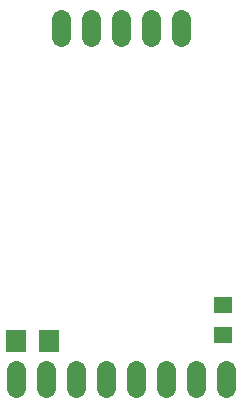
<source format=gbs>
G04 EAGLE Gerber RS-274X export*
G75*
%MOMM*%
%FSLAX34Y34*%
%LPD*%
%INBottom Solder Mask*%
%IPPOS*%
%AMOC8*
5,1,8,0,0,1.08239X$1,22.5*%
G01*
%ADD10C,1.625600*%
%ADD11R,1.701600X1.904600*%
%ADD12R,1.625600X1.371600*%


D10*
X63500Y318770D02*
X63500Y334010D01*
X88900Y334010D02*
X88900Y318770D01*
X114300Y318770D02*
X114300Y334010D01*
X139700Y334010D02*
X139700Y318770D01*
X165100Y318770D02*
X165100Y334010D01*
X203200Y36830D02*
X203200Y21590D01*
X177800Y21590D02*
X177800Y36830D01*
X152400Y36830D02*
X152400Y21590D01*
X127000Y21590D02*
X127000Y36830D01*
X101600Y36830D02*
X101600Y21590D01*
X76200Y21590D02*
X76200Y36830D01*
X50800Y36830D02*
X50800Y21590D01*
X25400Y21590D02*
X25400Y36830D01*
D11*
X53590Y60960D03*
X25150Y60960D03*
D12*
X200660Y91440D03*
X200660Y66040D03*
M02*

</source>
